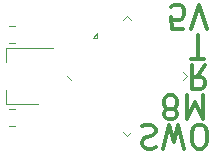
<source format=gbr>
%TF.GenerationSoftware,KiCad,Pcbnew,(5.1.6)-1*%
%TF.CreationDate,2020-09-29T18:05:28+08:00*%
%TF.ProjectId,stlink,73746c69-6e6b-42e6-9b69-6361645f7063,rev?*%
%TF.SameCoordinates,Original*%
%TF.FileFunction,Legend,Bot*%
%TF.FilePolarity,Positive*%
%FSLAX46Y46*%
G04 Gerber Fmt 4.6, Leading zero omitted, Abs format (unit mm)*
G04 Created by KiCad (PCBNEW (5.1.6)-1) date 2020-09-29 18:05:28*
%MOMM*%
%LPD*%
G01*
G04 APERTURE LIST*
%ADD10C,0.300000*%
%ADD11C,0.120000*%
G04 APERTURE END LIST*
D10*
X17128571Y-5445238D02*
X18271428Y-5445238D01*
X17700000Y-3445238D02*
X17700000Y-5445238D01*
X18319047Y-5995238D02*
X17652380Y-6947619D01*
X17176190Y-5995238D02*
X17176190Y-7995238D01*
X17938095Y-7995238D01*
X18128571Y-7900000D01*
X18223809Y-7804761D01*
X18319047Y-7614285D01*
X18319047Y-7328571D01*
X18223809Y-7138095D01*
X18128571Y-7042857D01*
X17938095Y-6947619D01*
X17176190Y-6947619D01*
X12988095Y-11140476D02*
X13273809Y-11045238D01*
X13750000Y-11045238D01*
X13940476Y-11140476D01*
X14035714Y-11235714D01*
X14130952Y-11426190D01*
X14130952Y-11616666D01*
X14035714Y-11807142D01*
X13940476Y-11902380D01*
X13750000Y-11997619D01*
X13369047Y-12092857D01*
X13178571Y-12188095D01*
X13083333Y-12283333D01*
X12988095Y-12473809D01*
X12988095Y-12664285D01*
X13083333Y-12854761D01*
X13178571Y-12950000D01*
X13369047Y-13045238D01*
X13845238Y-13045238D01*
X14130952Y-12950000D01*
X14797619Y-13045238D02*
X15273809Y-11045238D01*
X15654761Y-12473809D01*
X16035714Y-11045238D01*
X16511904Y-13045238D01*
X17654761Y-13045238D02*
X18035714Y-13045238D01*
X18226190Y-12950000D01*
X18416666Y-12759523D01*
X18511904Y-12378571D01*
X18511904Y-11711904D01*
X18416666Y-11330952D01*
X18226190Y-11140476D01*
X18035714Y-11045238D01*
X17654761Y-11045238D01*
X17464285Y-11140476D01*
X17273809Y-11330952D01*
X17178571Y-11711904D01*
X17178571Y-12378571D01*
X17273809Y-12759523D01*
X17464285Y-12950000D01*
X17654761Y-13045238D01*
X15216666Y-9688095D02*
X15026190Y-9783333D01*
X14930952Y-9878571D01*
X14835714Y-10069047D01*
X14835714Y-10164285D01*
X14930952Y-10354761D01*
X15026190Y-10450000D01*
X15216666Y-10545238D01*
X15597619Y-10545238D01*
X15788095Y-10450000D01*
X15883333Y-10354761D01*
X15978571Y-10164285D01*
X15978571Y-10069047D01*
X15883333Y-9878571D01*
X15788095Y-9783333D01*
X15597619Y-9688095D01*
X15216666Y-9688095D01*
X15026190Y-9592857D01*
X14930952Y-9497619D01*
X14835714Y-9307142D01*
X14835714Y-8926190D01*
X14930952Y-8735714D01*
X15026190Y-8640476D01*
X15216666Y-8545238D01*
X15597619Y-8545238D01*
X15788095Y-8640476D01*
X15883333Y-8735714D01*
X15978571Y-8926190D01*
X15978571Y-9307142D01*
X15883333Y-9497619D01*
X15788095Y-9592857D01*
X15597619Y-9688095D01*
X16835714Y-8545238D02*
X16835714Y-10545238D01*
X17502380Y-9116666D01*
X18169047Y-10545238D01*
X18169047Y-8545238D01*
X16469047Y-2895238D02*
X15516666Y-2895238D01*
X15421428Y-1942857D01*
X15516666Y-2038095D01*
X15707142Y-2133333D01*
X16183333Y-2133333D01*
X16373809Y-2038095D01*
X16469047Y-1942857D01*
X16564285Y-1752380D01*
X16564285Y-1276190D01*
X16469047Y-1085714D01*
X16373809Y-990476D01*
X16183333Y-895238D01*
X15707142Y-895238D01*
X15516666Y-990476D01*
X15421428Y-1085714D01*
X17135714Y-2895238D02*
X17802380Y-895238D01*
X18469047Y-2895238D01*
D11*
X8800000Y-3700000D02*
X9200000Y-3700000D01*
X9200000Y-3300000D02*
X8800000Y-3700000D01*
X9200000Y-3700000D02*
X9200000Y-3300000D01*
%TO.C,U1*%
X11364124Y-11669435D02*
X11700000Y-12005311D01*
X11700000Y-12005311D02*
X12035876Y-11669435D01*
X12035876Y-2130565D02*
X11700000Y-1794689D01*
X11700000Y-1794689D02*
X11364124Y-2130565D01*
X16469435Y-6564124D02*
X16805311Y-6900000D01*
X16805311Y-6900000D02*
X16469435Y-7235876D01*
X6930565Y-7235876D02*
X6594689Y-6900000D01*
%TO.C,U2*%
X1453500Y-4500000D02*
X1453500Y-5700000D01*
X5453500Y-4500000D02*
X1453500Y-4500000D01*
X1453500Y-9300000D02*
X4153500Y-9300000D01*
X1453500Y-8100000D02*
X1453500Y-9300000D01*
%TO.C,C4*%
X1741422Y-2690000D02*
X2258578Y-2690000D01*
X1741422Y-4110000D02*
X2258578Y-4110000D01*
%TO.C,C3*%
X2258578Y-11110000D02*
X1741422Y-11110000D01*
X2258578Y-9690000D02*
X1741422Y-9690000D01*
%TD*%
M02*

</source>
